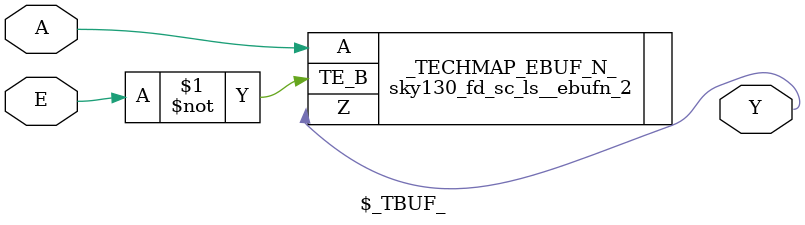
<source format=v>

module \$_TBUF_ (input A, input E, output Y);
  sky130_fd_sc_ls__ebufn_2 _TECHMAP_EBUF_N_ (
    .A(A),
    .Z(Y),
    .TE_B(~E));
endmodule
</source>
